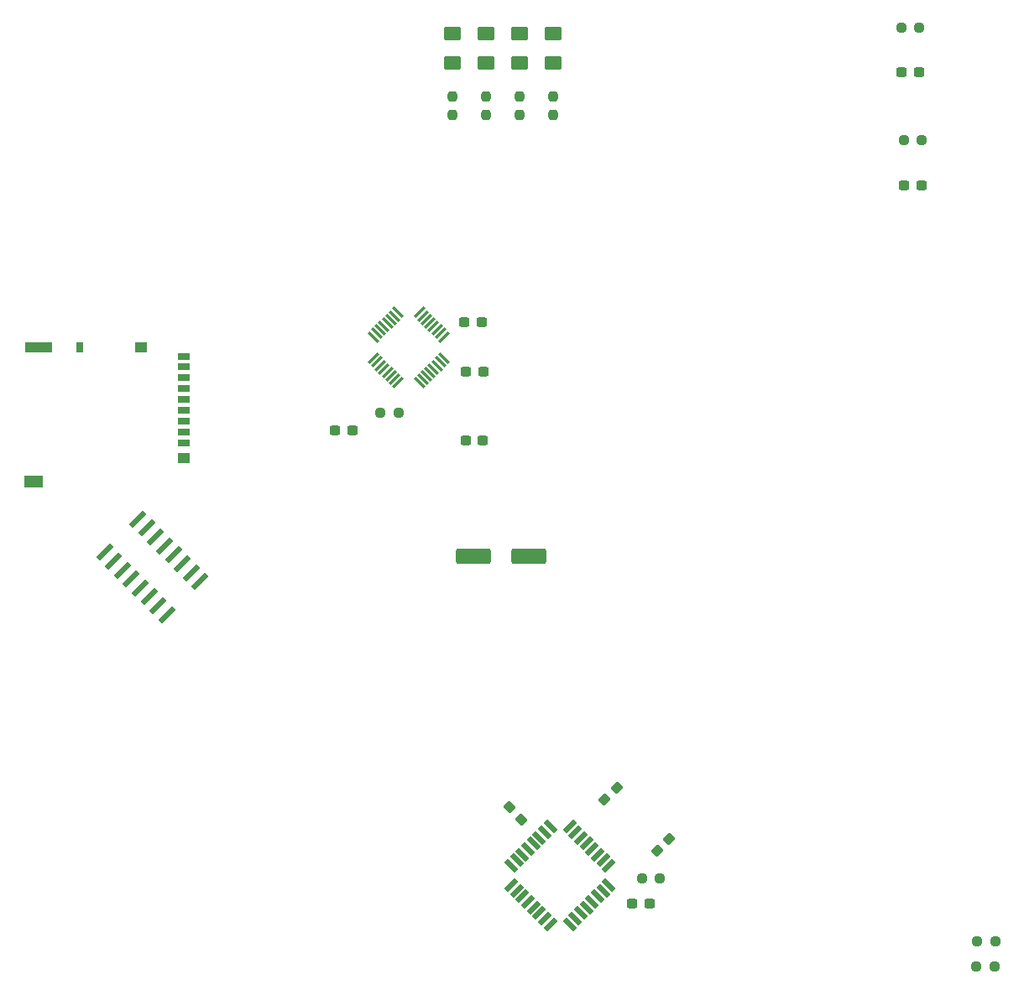
<source format=gbr>
%TF.GenerationSoftware,KiCad,Pcbnew,7.0.2*%
%TF.CreationDate,2023-05-08T01:03:53-07:00*%
%TF.ProjectId,expansionboardA,65787061-6e73-4696-9f6e-626f61726441,3*%
%TF.SameCoordinates,Original*%
%TF.FileFunction,Paste,Top*%
%TF.FilePolarity,Positive*%
%FSLAX46Y46*%
G04 Gerber Fmt 4.6, Leading zero omitted, Abs format (unit mm)*
G04 Created by KiCad (PCBNEW 7.0.2) date 2023-05-08 01:03:53*
%MOMM*%
%LPD*%
G01*
G04 APERTURE LIST*
G04 Aperture macros list*
%AMRoundRect*
0 Rectangle with rounded corners*
0 $1 Rounding radius*
0 $2 $3 $4 $5 $6 $7 $8 $9 X,Y pos of 4 corners*
0 Add a 4 corners polygon primitive as box body*
4,1,4,$2,$3,$4,$5,$6,$7,$8,$9,$2,$3,0*
0 Add four circle primitives for the rounded corners*
1,1,$1+$1,$2,$3*
1,1,$1+$1,$4,$5*
1,1,$1+$1,$6,$7*
1,1,$1+$1,$8,$9*
0 Add four rect primitives between the rounded corners*
20,1,$1+$1,$2,$3,$4,$5,0*
20,1,$1+$1,$4,$5,$6,$7,0*
20,1,$1+$1,$6,$7,$8,$9,0*
20,1,$1+$1,$8,$9,$2,$3,0*%
%AMRotRect*
0 Rectangle, with rotation*
0 The origin of the aperture is its center*
0 $1 length*
0 $2 width*
0 $3 Rotation angle, in degrees counterclockwise*
0 Add horizontal line*
21,1,$1,$2,0,0,$3*%
G04 Aperture macros list end*
%ADD10RotRect,0.270000X1.355601X315.000000*%
%ADD11RotRect,0.270000X1.355601X225.000000*%
%ADD12RoundRect,0.237500X0.300000X0.237500X-0.300000X0.237500X-0.300000X-0.237500X0.300000X-0.237500X0*%
%ADD13RoundRect,0.237500X0.250000X0.237500X-0.250000X0.237500X-0.250000X-0.237500X0.250000X-0.237500X0*%
%ADD14RoundRect,0.237500X-0.380070X0.044194X0.044194X-0.380070X0.380070X-0.044194X-0.044194X0.380070X0*%
%ADD15RoundRect,0.237500X0.044194X0.380070X-0.380070X-0.044194X-0.044194X-0.380070X0.380070X0.044194X0*%
%ADD16RoundRect,0.237500X-0.250000X-0.237500X0.250000X-0.237500X0.250000X0.237500X-0.250000X0.237500X0*%
%ADD17RoundRect,0.250000X-1.500000X-0.550000X1.500000X-0.550000X1.500000X0.550000X-1.500000X0.550000X0*%
%ADD18RoundRect,0.237500X0.237500X-0.250000X0.237500X0.250000X-0.237500X0.250000X-0.237500X-0.250000X0*%
%ADD19RoundRect,0.250001X-0.624999X0.462499X-0.624999X-0.462499X0.624999X-0.462499X0.624999X0.462499X0*%
%ADD20R,1.200000X0.700000*%
%ADD21R,1.200000X1.000000*%
%ADD22R,2.800000X1.000000*%
%ADD23R,1.900000X1.300000*%
%ADD24R,0.800000X1.000000*%
%ADD25RoundRect,0.237500X-0.300000X-0.237500X0.300000X-0.237500X0.300000X0.237500X-0.300000X0.237500X0*%
%ADD26RoundRect,0.038500X-0.666802X0.332340X0.332340X-0.666802X0.666802X-0.332340X-0.332340X0.666802X0*%
%ADD27RoundRect,0.038500X-0.332340X-0.666802X0.666802X0.332340X0.332340X0.666802X-0.666802X-0.332340X0*%
%ADD28RotRect,1.981200X0.558800X45.000000*%
G04 APERTURE END LIST*
D10*
%TO.C,U7*%
X65746272Y-52030272D03*
X65392720Y-51676719D03*
X65039167Y-51323166D03*
X64685613Y-50969612D03*
X64332060Y-50616059D03*
X63978506Y-50262505D03*
X63624953Y-49908952D03*
X63271400Y-49555400D03*
D11*
X61110762Y-49555400D03*
X60757209Y-49908952D03*
X60403656Y-50262505D03*
X60050102Y-50616059D03*
X59696549Y-50969612D03*
X59342995Y-51323166D03*
X58989442Y-51676719D03*
X58635890Y-52030272D03*
D10*
X58635890Y-54190910D03*
X58989442Y-54544463D03*
X59342995Y-54898016D03*
X59696549Y-55251570D03*
X60050102Y-55605123D03*
X60403656Y-55958677D03*
X60757209Y-56312230D03*
X61110762Y-56665782D03*
D11*
X63271400Y-56665782D03*
X63624953Y-56312230D03*
X63978506Y-55958677D03*
X64332060Y-55605123D03*
X64685613Y-55251570D03*
X65039167Y-54898016D03*
X65392720Y-54544463D03*
X65746272Y-54190910D03*
%TD*%
D12*
%TO.C,C15*%
X69671100Y-62484000D03*
X67946100Y-62484000D03*
%TD*%
D13*
%TO.C,R10*%
X121359300Y-113030000D03*
X119534300Y-113030000D03*
%TD*%
D14*
%TO.C,C2*%
X72338920Y-99503422D03*
X73558680Y-100723182D03*
%TD*%
D12*
%TO.C,C16*%
X69721900Y-55524400D03*
X67996900Y-55524400D03*
%TD*%
D15*
%TO.C,C4*%
X83159880Y-97488884D03*
X81940120Y-98708644D03*
%TD*%
D16*
%TO.C,R18*%
X59336300Y-59690000D03*
X61161300Y-59690000D03*
%TD*%
D17*
%TO.C,C12*%
X68701000Y-74123200D03*
X74301000Y-74123200D03*
%TD*%
D12*
%TO.C,C9*%
X113893600Y-36703000D03*
X112168600Y-36703000D03*
%TD*%
D13*
%TO.C,R2*%
X87526500Y-106680000D03*
X85701500Y-106680000D03*
%TD*%
D18*
%TO.C,R6*%
X66576100Y-29625700D03*
X66576100Y-27800700D03*
%TD*%
D13*
%TO.C,R9*%
X121296300Y-115570000D03*
X119471300Y-115570000D03*
%TD*%
D19*
%TO.C,D4*%
X69965200Y-21412200D03*
X69965200Y-24387200D03*
%TD*%
D20*
%TO.C,CRD1*%
X39479000Y-62686000D03*
X39479000Y-61586000D03*
X39479000Y-60486000D03*
X39479000Y-59386000D03*
X39479000Y-58286000D03*
X39479000Y-57186000D03*
X39479000Y-56086000D03*
X39479000Y-54986000D03*
D21*
X35179000Y-53086000D03*
D22*
X24829000Y-53086000D03*
D23*
X24379000Y-66586000D03*
D21*
X39479000Y-64236000D03*
D24*
X28979000Y-53086000D03*
D20*
X39479000Y-54036000D03*
%TD*%
D18*
%TO.C,R4*%
X73357900Y-29625700D03*
X73357900Y-27800700D03*
%TD*%
D19*
%TO.C,D5*%
X66575200Y-21412200D03*
X66575200Y-24387200D03*
%TD*%
D18*
%TO.C,R3*%
X76748800Y-29625700D03*
X76748800Y-27800700D03*
%TD*%
%TO.C,R5*%
X69967000Y-29625700D03*
X69967000Y-27800700D03*
%TD*%
D19*
%TO.C,D2*%
X76745200Y-21412200D03*
X76745200Y-24387200D03*
%TD*%
D25*
%TO.C,C8*%
X111938100Y-25273000D03*
X113663100Y-25273000D03*
%TD*%
D15*
%TO.C,C3*%
X88454051Y-102670764D03*
X87234291Y-103890524D03*
%TD*%
D16*
%TO.C,R7*%
X111888900Y-20853400D03*
X113713900Y-20853400D03*
%TD*%
D12*
%TO.C,C18*%
X69545200Y-50571400D03*
X67820200Y-50571400D03*
%TD*%
%TO.C,C1*%
X86460500Y-109220000D03*
X84735500Y-109220000D03*
%TD*%
D26*
%TO.C,U1*%
X76490842Y-101452617D03*
X75925156Y-102018302D03*
X75359471Y-102583988D03*
X74793785Y-103149673D03*
X74228100Y-103715358D03*
X73662415Y-104281044D03*
X73096729Y-104846729D03*
X72531044Y-105412415D03*
D27*
X72531044Y-107349887D03*
X73096729Y-107915573D03*
X73662415Y-108481258D03*
X74228100Y-109046944D03*
X74793785Y-109612629D03*
X75359471Y-110178314D03*
X75925156Y-110744000D03*
X76490842Y-111309685D03*
D26*
X78428314Y-111309685D03*
X78994000Y-110744000D03*
X79559685Y-110178314D03*
X80125371Y-109612629D03*
X80691056Y-109046944D03*
X81256741Y-108481258D03*
X81822427Y-107915573D03*
X82388112Y-107349887D03*
D27*
X82388112Y-105412415D03*
X81822427Y-104846729D03*
X81256741Y-104281044D03*
X80691056Y-103715358D03*
X80125371Y-103149673D03*
X79559685Y-102583988D03*
X78994000Y-102018302D03*
X78428314Y-101452617D03*
%TD*%
D19*
%TO.C,D3*%
X73355200Y-21412200D03*
X73355200Y-24387200D03*
%TD*%
D28*
%TO.C,U5*%
X31521166Y-73762476D03*
X32419191Y-74660502D03*
X33317217Y-75558527D03*
X34215243Y-76456553D03*
X35113268Y-77354578D03*
X36011294Y-78252604D03*
X36909319Y-79150630D03*
X37807345Y-80048655D03*
X41148000Y-76708000D03*
X40249975Y-75809974D03*
X39351949Y-74911949D03*
X38453923Y-74013923D03*
X37555898Y-73115898D03*
X36657872Y-72217872D03*
X35759847Y-71319846D03*
X34861821Y-70421821D03*
%TD*%
D16*
%TO.C,R8*%
X112119400Y-32181800D03*
X113944400Y-32181800D03*
%TD*%
D25*
%TO.C,C17*%
X54763500Y-61493400D03*
X56488500Y-61493400D03*
%TD*%
M02*

</source>
